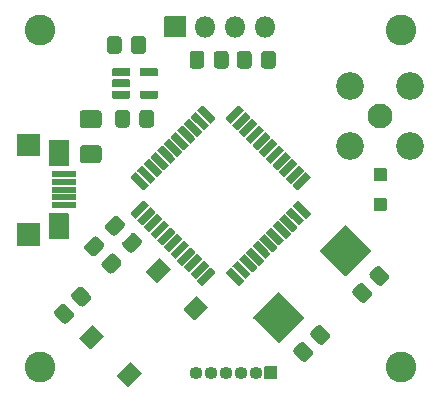
<source format=gbr>
%TF.GenerationSoftware,KiCad,Pcbnew,(5.1.9)-1*%
%TF.CreationDate,2021-02-07T19:09:25-06:00*%
%TF.ProjectId,nrg-control-box,6e72672d-636f-46e7-9472-6f6c2d626f78,B*%
%TF.SameCoordinates,Original*%
%TF.FileFunction,Soldermask,Top*%
%TF.FilePolarity,Negative*%
%FSLAX46Y46*%
G04 Gerber Fmt 4.6, Leading zero omitted, Abs format (unit mm)*
G04 Created by KiCad (PCBNEW (5.1.9)-1) date 2021-02-07 19:09:25*
%MOMM*%
%LPD*%
G01*
G04 APERTURE LIST*
%ADD10C,2.600000*%
%ADD11C,2.100000*%
%ADD12C,2.350000*%
%ADD13O,1.100000X1.100000*%
%ADD14O,1.800000X1.800000*%
G04 APERTURE END LIST*
D10*
%TO.C,REF\u002A\u002A*%
X158000000Y-122500000D03*
%TD*%
%TO.C,REF\u002A\u002A*%
X158000000Y-94000000D03*
%TD*%
%TO.C,REF\u002A\u002A*%
X127500000Y-94000000D03*
%TD*%
%TO.C,REF\u002A\u002A*%
X127500000Y-122500000D03*
%TD*%
%TO.C,C5*%
G36*
G01*
X133825000Y-101978262D02*
X133825000Y-101021738D01*
G75*
G02*
X134096738Y-100750000I271738J0D01*
G01*
X134803262Y-100750000D01*
G75*
G02*
X135075000Y-101021738I0J-271738D01*
G01*
X135075000Y-101978262D01*
G75*
G02*
X134803262Y-102250000I-271738J0D01*
G01*
X134096738Y-102250000D01*
G75*
G02*
X133825000Y-101978262I0J271738D01*
G01*
G37*
G36*
G01*
X135875000Y-101978262D02*
X135875000Y-101021738D01*
G75*
G02*
X136146738Y-100750000I271738J0D01*
G01*
X136853262Y-100750000D01*
G75*
G02*
X137125000Y-101021738I0J-271738D01*
G01*
X137125000Y-101978262D01*
G75*
G02*
X136853262Y-102250000I-271738J0D01*
G01*
X136146738Y-102250000D01*
G75*
G02*
X135875000Y-101978262I0J271738D01*
G01*
G37*
%TD*%
%TO.C,C6*%
G36*
G01*
X154646240Y-117030124D02*
X153969876Y-116353760D01*
G75*
G02*
X153969876Y-115969464I192148J192148D01*
G01*
X154469464Y-115469876D01*
G75*
G02*
X154853760Y-115469876I192148J-192148D01*
G01*
X155530124Y-116146240D01*
G75*
G02*
X155530124Y-116530536I-192148J-192148D01*
G01*
X155030536Y-117030124D01*
G75*
G02*
X154646240Y-117030124I-192148J192148D01*
G01*
G37*
G36*
G01*
X156095808Y-115580556D02*
X155419444Y-114904192D01*
G75*
G02*
X155419444Y-114519896I192148J192148D01*
G01*
X155919032Y-114020308D01*
G75*
G02*
X156303328Y-114020308I192148J-192148D01*
G01*
X156979692Y-114696672D01*
G75*
G02*
X156979692Y-115080968I-192148J-192148D01*
G01*
X156480104Y-115580556D01*
G75*
G02*
X156095808Y-115580556I-192148J192148D01*
G01*
G37*
%TD*%
%TO.C,C7*%
G36*
G01*
X151095808Y-120580556D02*
X150419444Y-119904192D01*
G75*
G02*
X150419444Y-119519896I192148J192148D01*
G01*
X150919032Y-119020308D01*
G75*
G02*
X151303328Y-119020308I192148J-192148D01*
G01*
X151979692Y-119696672D01*
G75*
G02*
X151979692Y-120080968I-192148J-192148D01*
G01*
X151480104Y-120580556D01*
G75*
G02*
X151095808Y-120580556I-192148J192148D01*
G01*
G37*
G36*
G01*
X149646240Y-122030124D02*
X148969876Y-121353760D01*
G75*
G02*
X148969876Y-120969464I192148J192148D01*
G01*
X149469464Y-120469876D01*
G75*
G02*
X149853760Y-120469876I192148J-192148D01*
G01*
X150530124Y-121146240D01*
G75*
G02*
X150530124Y-121530536I-192148J-192148D01*
G01*
X150030536Y-122030124D01*
G75*
G02*
X149646240Y-122030124I-192148J192148D01*
G01*
G37*
%TD*%
%TO.C,C8*%
G36*
G01*
X134375000Y-94771738D02*
X134375000Y-95728262D01*
G75*
G02*
X134103262Y-96000000I-271738J0D01*
G01*
X133396738Y-96000000D01*
G75*
G02*
X133125000Y-95728262I0J271738D01*
G01*
X133125000Y-94771738D01*
G75*
G02*
X133396738Y-94500000I271738J0D01*
G01*
X134103262Y-94500000D01*
G75*
G02*
X134375000Y-94771738I0J-271738D01*
G01*
G37*
G36*
G01*
X136425000Y-94771738D02*
X136425000Y-95728262D01*
G75*
G02*
X136153262Y-96000000I-271738J0D01*
G01*
X135446738Y-96000000D01*
G75*
G02*
X135175000Y-95728262I0J271738D01*
G01*
X135175000Y-94771738D01*
G75*
G02*
X135446738Y-94500000I271738J0D01*
G01*
X136153262Y-94500000D01*
G75*
G02*
X136425000Y-94771738I0J-271738D01*
G01*
G37*
%TD*%
%TO.C,F1*%
G36*
G01*
X131092543Y-100762500D02*
X132407457Y-100762500D01*
G75*
G02*
X132675000Y-101030043I0J-267543D01*
G01*
X132675000Y-102019957D01*
G75*
G02*
X132407457Y-102287500I-267543J0D01*
G01*
X131092543Y-102287500D01*
G75*
G02*
X130825000Y-102019957I0J267543D01*
G01*
X130825000Y-101030043D01*
G75*
G02*
X131092543Y-100762500I267543J0D01*
G01*
G37*
G36*
G01*
X131092543Y-103737500D02*
X132407457Y-103737500D01*
G75*
G02*
X132675000Y-104005043I0J-267543D01*
G01*
X132675000Y-104994957D01*
G75*
G02*
X132407457Y-105262500I-267543J0D01*
G01*
X131092543Y-105262500D01*
G75*
G02*
X130825000Y-104994957I0J267543D01*
G01*
X130825000Y-104005043D01*
G75*
G02*
X131092543Y-103737500I267543J0D01*
G01*
G37*
%TD*%
D11*
%TO.C,J2*%
X156250000Y-101250000D03*
D12*
X158775000Y-98725000D03*
X153725000Y-98725000D03*
X153725000Y-103775000D03*
X158775000Y-103775000D03*
%TD*%
%TO.C,J3*%
G36*
G01*
X146500000Y-122450000D02*
X147500000Y-122450000D01*
G75*
G02*
X147550000Y-122500000I0J-50000D01*
G01*
X147550000Y-123500000D01*
G75*
G02*
X147500000Y-123550000I-50000J0D01*
G01*
X146500000Y-123550000D01*
G75*
G02*
X146450000Y-123500000I0J50000D01*
G01*
X146450000Y-122500000D01*
G75*
G02*
X146500000Y-122450000I50000J0D01*
G01*
G37*
D13*
X145730000Y-123000000D03*
X144460000Y-123000000D03*
X143190000Y-123000000D03*
X141920000Y-123000000D03*
X140650000Y-123000000D03*
%TD*%
%TO.C,J4*%
G36*
G01*
X128500000Y-107250000D02*
X130500000Y-107250000D01*
G75*
G02*
X130550000Y-107300000I0J-50000D01*
G01*
X130550000Y-107700000D01*
G75*
G02*
X130500000Y-107750000I-50000J0D01*
G01*
X128500000Y-107750000D01*
G75*
G02*
X128450000Y-107700000I0J50000D01*
G01*
X128450000Y-107300000D01*
G75*
G02*
X128500000Y-107250000I50000J0D01*
G01*
G37*
G36*
G01*
X128500000Y-107900000D02*
X130500000Y-107900000D01*
G75*
G02*
X130550000Y-107950000I0J-50000D01*
G01*
X130550000Y-108350000D01*
G75*
G02*
X130500000Y-108400000I-50000J0D01*
G01*
X128500000Y-108400000D01*
G75*
G02*
X128450000Y-108350000I0J50000D01*
G01*
X128450000Y-107950000D01*
G75*
G02*
X128500000Y-107900000I50000J0D01*
G01*
G37*
G36*
G01*
X128500000Y-108550000D02*
X130500000Y-108550000D01*
G75*
G02*
X130550000Y-108600000I0J-50000D01*
G01*
X130550000Y-109000000D01*
G75*
G02*
X130500000Y-109050000I-50000J0D01*
G01*
X128500000Y-109050000D01*
G75*
G02*
X128450000Y-109000000I0J50000D01*
G01*
X128450000Y-108600000D01*
G75*
G02*
X128500000Y-108550000I50000J0D01*
G01*
G37*
G36*
G01*
X128500000Y-105950000D02*
X130500000Y-105950000D01*
G75*
G02*
X130550000Y-106000000I0J-50000D01*
G01*
X130550000Y-106400000D01*
G75*
G02*
X130500000Y-106450000I-50000J0D01*
G01*
X128500000Y-106450000D01*
G75*
G02*
X128450000Y-106400000I0J50000D01*
G01*
X128450000Y-106000000D01*
G75*
G02*
X128500000Y-105950000I50000J0D01*
G01*
G37*
G36*
G01*
X128500000Y-106600000D02*
X130500000Y-106600000D01*
G75*
G02*
X130550000Y-106650000I0J-50000D01*
G01*
X130550000Y-107050000D01*
G75*
G02*
X130500000Y-107100000I-50000J0D01*
G01*
X128500000Y-107100000D01*
G75*
G02*
X128450000Y-107050000I0J50000D01*
G01*
X128450000Y-106650000D01*
G75*
G02*
X128500000Y-106600000I50000J0D01*
G01*
G37*
G36*
G01*
X128250000Y-109500000D02*
X129850000Y-109500000D01*
G75*
G02*
X129900000Y-109550000I0J-50000D01*
G01*
X129900000Y-111650000D01*
G75*
G02*
X129850000Y-111700000I-50000J0D01*
G01*
X128250000Y-111700000D01*
G75*
G02*
X128200000Y-111650000I0J50000D01*
G01*
X128200000Y-109550000D01*
G75*
G02*
X128250000Y-109500000I50000J0D01*
G01*
G37*
G36*
G01*
X128250000Y-103300000D02*
X129850000Y-103300000D01*
G75*
G02*
X129900000Y-103350000I0J-50000D01*
G01*
X129900000Y-105450000D01*
G75*
G02*
X129850000Y-105500000I-50000J0D01*
G01*
X128250000Y-105500000D01*
G75*
G02*
X128200000Y-105450000I0J50000D01*
G01*
X128200000Y-103350000D01*
G75*
G02*
X128250000Y-103300000I50000J0D01*
G01*
G37*
G36*
G01*
X125550000Y-102750000D02*
X127450000Y-102750000D01*
G75*
G02*
X127500000Y-102800000I0J-50000D01*
G01*
X127500000Y-104600000D01*
G75*
G02*
X127450000Y-104650000I-50000J0D01*
G01*
X125550000Y-104650000D01*
G75*
G02*
X125500000Y-104600000I0J50000D01*
G01*
X125500000Y-102800000D01*
G75*
G02*
X125550000Y-102750000I50000J0D01*
G01*
G37*
G36*
G01*
X125550000Y-110350000D02*
X127450000Y-110350000D01*
G75*
G02*
X127500000Y-110400000I0J-50000D01*
G01*
X127500000Y-112200000D01*
G75*
G02*
X127450000Y-112250000I-50000J0D01*
G01*
X125550000Y-112250000D01*
G75*
G02*
X125500000Y-112200000I0J50000D01*
G01*
X125500000Y-110400000D01*
G75*
G02*
X125550000Y-110350000I50000J0D01*
G01*
G37*
%TD*%
%TO.C,R1*%
G36*
G01*
X145375000Y-96021738D02*
X145375000Y-96978262D01*
G75*
G02*
X145103262Y-97250000I-271738J0D01*
G01*
X144396738Y-97250000D01*
G75*
G02*
X144125000Y-96978262I0J271738D01*
G01*
X144125000Y-96021738D01*
G75*
G02*
X144396738Y-95750000I271738J0D01*
G01*
X145103262Y-95750000D01*
G75*
G02*
X145375000Y-96021738I0J-271738D01*
G01*
G37*
G36*
G01*
X147425000Y-96021738D02*
X147425000Y-96978262D01*
G75*
G02*
X147153262Y-97250000I-271738J0D01*
G01*
X146446738Y-97250000D01*
G75*
G02*
X146175000Y-96978262I0J271738D01*
G01*
X146175000Y-96021738D01*
G75*
G02*
X146446738Y-95750000I271738J0D01*
G01*
X147153262Y-95750000D01*
G75*
G02*
X147425000Y-96021738I0J-271738D01*
G01*
G37*
%TD*%
%TO.C,R2*%
G36*
G01*
X142175000Y-96978262D02*
X142175000Y-96021738D01*
G75*
G02*
X142446738Y-95750000I271738J0D01*
G01*
X143153262Y-95750000D01*
G75*
G02*
X143425000Y-96021738I0J-271738D01*
G01*
X143425000Y-96978262D01*
G75*
G02*
X143153262Y-97250000I-271738J0D01*
G01*
X142446738Y-97250000D01*
G75*
G02*
X142175000Y-96978262I0J271738D01*
G01*
G37*
G36*
G01*
X140125000Y-96978262D02*
X140125000Y-96021738D01*
G75*
G02*
X140396738Y-95750000I271738J0D01*
G01*
X141103262Y-95750000D01*
G75*
G02*
X141375000Y-96021738I0J-271738D01*
G01*
X141375000Y-96978262D01*
G75*
G02*
X141103262Y-97250000I-271738J0D01*
G01*
X140396738Y-97250000D01*
G75*
G02*
X140125000Y-96978262I0J271738D01*
G01*
G37*
%TD*%
%TO.C,R6*%
G36*
G01*
X130845808Y-117330556D02*
X130169444Y-116654192D01*
G75*
G02*
X130169444Y-116269896I192148J192148D01*
G01*
X130669032Y-115770308D01*
G75*
G02*
X131053328Y-115770308I192148J-192148D01*
G01*
X131729692Y-116446672D01*
G75*
G02*
X131729692Y-116830968I-192148J-192148D01*
G01*
X131230104Y-117330556D01*
G75*
G02*
X130845808Y-117330556I-192148J192148D01*
G01*
G37*
G36*
G01*
X129396240Y-118780124D02*
X128719876Y-118103760D01*
G75*
G02*
X128719876Y-117719464I192148J192148D01*
G01*
X129219464Y-117219876D01*
G75*
G02*
X129603760Y-117219876I192148J-192148D01*
G01*
X130280124Y-117896240D01*
G75*
G02*
X130280124Y-118280536I-192148J-192148D01*
G01*
X129780536Y-118780124D01*
G75*
G02*
X129396240Y-118780124I-192148J192148D01*
G01*
G37*
%TD*%
%TO.C,R7*%
G36*
G01*
X134280124Y-113853760D02*
X133603760Y-114530124D01*
G75*
G02*
X133219464Y-114530124I-192148J192148D01*
G01*
X132719876Y-114030536D01*
G75*
G02*
X132719876Y-113646240I192148J192148D01*
G01*
X133396240Y-112969876D01*
G75*
G02*
X133780536Y-112969876I192148J-192148D01*
G01*
X134280124Y-113469464D01*
G75*
G02*
X134280124Y-113853760I-192148J-192148D01*
G01*
G37*
G36*
G01*
X132830556Y-112404192D02*
X132154192Y-113080556D01*
G75*
G02*
X131769896Y-113080556I-192148J192148D01*
G01*
X131270308Y-112580968D01*
G75*
G02*
X131270308Y-112196672I192148J192148D01*
G01*
X131946672Y-111520308D01*
G75*
G02*
X132330968Y-111520308I192148J-192148D01*
G01*
X132830556Y-112019896D01*
G75*
G02*
X132830556Y-112404192I-192148J-192148D01*
G01*
G37*
%TD*%
%TO.C,R8*%
G36*
G01*
X133020308Y-110446672D02*
X133696672Y-109770308D01*
G75*
G02*
X134080968Y-109770308I192148J-192148D01*
G01*
X134580556Y-110269896D01*
G75*
G02*
X134580556Y-110654192I-192148J-192148D01*
G01*
X133904192Y-111330556D01*
G75*
G02*
X133519896Y-111330556I-192148J192148D01*
G01*
X133020308Y-110830968D01*
G75*
G02*
X133020308Y-110446672I192148J192148D01*
G01*
G37*
G36*
G01*
X134469876Y-111896240D02*
X135146240Y-111219876D01*
G75*
G02*
X135530536Y-111219876I192148J-192148D01*
G01*
X136030124Y-111719464D01*
G75*
G02*
X136030124Y-112103760I-192148J-192148D01*
G01*
X135353760Y-112780124D01*
G75*
G02*
X134969464Y-112780124I-192148J192148D01*
G01*
X134469876Y-112280536D01*
G75*
G02*
X134469876Y-111896240I192148J192148D01*
G01*
G37*
%TD*%
%TO.C,SW1*%
G36*
G01*
X137597038Y-113301743D02*
X138516277Y-114220982D01*
G75*
G02*
X138516277Y-114291692I-35355J-35355D01*
G01*
X137420262Y-115387707D01*
G75*
G02*
X137349552Y-115387707I-35355J35355D01*
G01*
X136430313Y-114468468D01*
G75*
G02*
X136430313Y-114397758I35355J35355D01*
G01*
X137526328Y-113301743D01*
G75*
G02*
X137597038Y-113301743I35355J-35355D01*
G01*
G37*
G36*
G01*
X140779018Y-116483723D02*
X141698257Y-117402962D01*
G75*
G02*
X141698257Y-117473672I-35355J-35355D01*
G01*
X140602242Y-118569687D01*
G75*
G02*
X140531532Y-118569687I-35355J35355D01*
G01*
X139612293Y-117650448D01*
G75*
G02*
X139612293Y-117579738I35355J35355D01*
G01*
X140708308Y-116483723D01*
G75*
G02*
X140779018Y-116483723I35355J-35355D01*
G01*
G37*
G36*
G01*
X135150448Y-122112293D02*
X136069687Y-123031532D01*
G75*
G02*
X136069687Y-123102242I-35355J-35355D01*
G01*
X134973672Y-124198257D01*
G75*
G02*
X134902962Y-124198257I-35355J35355D01*
G01*
X133983723Y-123279018D01*
G75*
G02*
X133983723Y-123208308I35355J35355D01*
G01*
X135079738Y-122112293D01*
G75*
G02*
X135150448Y-122112293I35355J-35355D01*
G01*
G37*
G36*
G01*
X131968468Y-118930313D02*
X132887707Y-119849552D01*
G75*
G02*
X132887707Y-119920262I-35355J-35355D01*
G01*
X131791692Y-121016277D01*
G75*
G02*
X131720982Y-121016277I-35355J35355D01*
G01*
X130801743Y-120097038D01*
G75*
G02*
X130801743Y-120026328I35355J35355D01*
G01*
X131897758Y-118930313D01*
G75*
G02*
X131968468Y-118930313I35355J-35355D01*
G01*
G37*
%TD*%
%TO.C,U3*%
G36*
G01*
X135519833Y-109962221D02*
X135130925Y-109573313D01*
G75*
G02*
X135130925Y-109502603I35355J35355D01*
G01*
X136191585Y-108441943D01*
G75*
G02*
X136262295Y-108441943I35355J-35355D01*
G01*
X136651203Y-108830851D01*
G75*
G02*
X136651203Y-108901561I-35355J-35355D01*
G01*
X135590543Y-109962221D01*
G75*
G02*
X135519833Y-109962221I-35355J35355D01*
G01*
G37*
G36*
G01*
X136085519Y-110527906D02*
X135696611Y-110138998D01*
G75*
G02*
X135696611Y-110068288I35355J35355D01*
G01*
X136757271Y-109007628D01*
G75*
G02*
X136827981Y-109007628I35355J-35355D01*
G01*
X137216889Y-109396536D01*
G75*
G02*
X137216889Y-109467246I-35355J-35355D01*
G01*
X136156229Y-110527906D01*
G75*
G02*
X136085519Y-110527906I-35355J35355D01*
G01*
G37*
G36*
G01*
X136651204Y-111093591D02*
X136262296Y-110704683D01*
G75*
G02*
X136262296Y-110633973I35355J35355D01*
G01*
X137322956Y-109573313D01*
G75*
G02*
X137393666Y-109573313I35355J-35355D01*
G01*
X137782574Y-109962221D01*
G75*
G02*
X137782574Y-110032931I-35355J-35355D01*
G01*
X136721914Y-111093591D01*
G75*
G02*
X136651204Y-111093591I-35355J35355D01*
G01*
G37*
G36*
G01*
X137216889Y-111659277D02*
X136827981Y-111270369D01*
G75*
G02*
X136827981Y-111199659I35355J35355D01*
G01*
X137888641Y-110138999D01*
G75*
G02*
X137959351Y-110138999I35355J-35355D01*
G01*
X138348259Y-110527907D01*
G75*
G02*
X138348259Y-110598617I-35355J-35355D01*
G01*
X137287599Y-111659277D01*
G75*
G02*
X137216889Y-111659277I-35355J35355D01*
G01*
G37*
G36*
G01*
X137782575Y-112224962D02*
X137393667Y-111836054D01*
G75*
G02*
X137393667Y-111765344I35355J35355D01*
G01*
X138454327Y-110704684D01*
G75*
G02*
X138525037Y-110704684I35355J-35355D01*
G01*
X138913945Y-111093592D01*
G75*
G02*
X138913945Y-111164302I-35355J-35355D01*
G01*
X137853285Y-112224962D01*
G75*
G02*
X137782575Y-112224962I-35355J35355D01*
G01*
G37*
G36*
G01*
X138348260Y-112790648D02*
X137959352Y-112401740D01*
G75*
G02*
X137959352Y-112331030I35355J35355D01*
G01*
X139020012Y-111270370D01*
G75*
G02*
X139090722Y-111270370I35355J-35355D01*
G01*
X139479630Y-111659278D01*
G75*
G02*
X139479630Y-111729988I-35355J-35355D01*
G01*
X138418970Y-112790648D01*
G75*
G02*
X138348260Y-112790648I-35355J35355D01*
G01*
G37*
G36*
G01*
X138913946Y-113356333D02*
X138525038Y-112967425D01*
G75*
G02*
X138525038Y-112896715I35355J35355D01*
G01*
X139585698Y-111836055D01*
G75*
G02*
X139656408Y-111836055I35355J-35355D01*
G01*
X140045316Y-112224963D01*
G75*
G02*
X140045316Y-112295673I-35355J-35355D01*
G01*
X138984656Y-113356333D01*
G75*
G02*
X138913946Y-113356333I-35355J35355D01*
G01*
G37*
G36*
G01*
X139479631Y-113922019D02*
X139090723Y-113533111D01*
G75*
G02*
X139090723Y-113462401I35355J35355D01*
G01*
X140151383Y-112401741D01*
G75*
G02*
X140222093Y-112401741I35355J-35355D01*
G01*
X140611001Y-112790649D01*
G75*
G02*
X140611001Y-112861359I-35355J-35355D01*
G01*
X139550341Y-113922019D01*
G75*
G02*
X139479631Y-113922019I-35355J35355D01*
G01*
G37*
G36*
G01*
X140045317Y-114487704D02*
X139656409Y-114098796D01*
G75*
G02*
X139656409Y-114028086I35355J35355D01*
G01*
X140717069Y-112967426D01*
G75*
G02*
X140787779Y-112967426I35355J-35355D01*
G01*
X141176687Y-113356334D01*
G75*
G02*
X141176687Y-113427044I-35355J-35355D01*
G01*
X140116027Y-114487704D01*
G75*
G02*
X140045317Y-114487704I-35355J35355D01*
G01*
G37*
G36*
G01*
X140611002Y-115053389D02*
X140222094Y-114664481D01*
G75*
G02*
X140222094Y-114593771I35355J35355D01*
G01*
X141282754Y-113533111D01*
G75*
G02*
X141353464Y-113533111I35355J-35355D01*
G01*
X141742372Y-113922019D01*
G75*
G02*
X141742372Y-113992729I-35355J-35355D01*
G01*
X140681712Y-115053389D01*
G75*
G02*
X140611002Y-115053389I-35355J35355D01*
G01*
G37*
G36*
G01*
X141176687Y-115619075D02*
X140787779Y-115230167D01*
G75*
G02*
X140787779Y-115159457I35355J35355D01*
G01*
X141848439Y-114098797D01*
G75*
G02*
X141919149Y-114098797I35355J-35355D01*
G01*
X142308057Y-114487705D01*
G75*
G02*
X142308057Y-114558415I-35355J-35355D01*
G01*
X141247397Y-115619075D01*
G75*
G02*
X141176687Y-115619075I-35355J35355D01*
G01*
G37*
G36*
G01*
X144712221Y-115230167D02*
X144323313Y-115619075D01*
G75*
G02*
X144252603Y-115619075I-35355J35355D01*
G01*
X143191943Y-114558415D01*
G75*
G02*
X143191943Y-114487705I35355J35355D01*
G01*
X143580851Y-114098797D01*
G75*
G02*
X143651561Y-114098797I35355J-35355D01*
G01*
X144712221Y-115159457D01*
G75*
G02*
X144712221Y-115230167I-35355J-35355D01*
G01*
G37*
G36*
G01*
X145277906Y-114664481D02*
X144888998Y-115053389D01*
G75*
G02*
X144818288Y-115053389I-35355J35355D01*
G01*
X143757628Y-113992729D01*
G75*
G02*
X143757628Y-113922019I35355J35355D01*
G01*
X144146536Y-113533111D01*
G75*
G02*
X144217246Y-113533111I35355J-35355D01*
G01*
X145277906Y-114593771D01*
G75*
G02*
X145277906Y-114664481I-35355J-35355D01*
G01*
G37*
G36*
G01*
X145843591Y-114098796D02*
X145454683Y-114487704D01*
G75*
G02*
X145383973Y-114487704I-35355J35355D01*
G01*
X144323313Y-113427044D01*
G75*
G02*
X144323313Y-113356334I35355J35355D01*
G01*
X144712221Y-112967426D01*
G75*
G02*
X144782931Y-112967426I35355J-35355D01*
G01*
X145843591Y-114028086D01*
G75*
G02*
X145843591Y-114098796I-35355J-35355D01*
G01*
G37*
G36*
G01*
X146409277Y-113533111D02*
X146020369Y-113922019D01*
G75*
G02*
X145949659Y-113922019I-35355J35355D01*
G01*
X144888999Y-112861359D01*
G75*
G02*
X144888999Y-112790649I35355J35355D01*
G01*
X145277907Y-112401741D01*
G75*
G02*
X145348617Y-112401741I35355J-35355D01*
G01*
X146409277Y-113462401D01*
G75*
G02*
X146409277Y-113533111I-35355J-35355D01*
G01*
G37*
G36*
G01*
X146974962Y-112967425D02*
X146586054Y-113356333D01*
G75*
G02*
X146515344Y-113356333I-35355J35355D01*
G01*
X145454684Y-112295673D01*
G75*
G02*
X145454684Y-112224963I35355J35355D01*
G01*
X145843592Y-111836055D01*
G75*
G02*
X145914302Y-111836055I35355J-35355D01*
G01*
X146974962Y-112896715D01*
G75*
G02*
X146974962Y-112967425I-35355J-35355D01*
G01*
G37*
G36*
G01*
X147540648Y-112401740D02*
X147151740Y-112790648D01*
G75*
G02*
X147081030Y-112790648I-35355J35355D01*
G01*
X146020370Y-111729988D01*
G75*
G02*
X146020370Y-111659278I35355J35355D01*
G01*
X146409278Y-111270370D01*
G75*
G02*
X146479988Y-111270370I35355J-35355D01*
G01*
X147540648Y-112331030D01*
G75*
G02*
X147540648Y-112401740I-35355J-35355D01*
G01*
G37*
G36*
G01*
X148106333Y-111836054D02*
X147717425Y-112224962D01*
G75*
G02*
X147646715Y-112224962I-35355J35355D01*
G01*
X146586055Y-111164302D01*
G75*
G02*
X146586055Y-111093592I35355J35355D01*
G01*
X146974963Y-110704684D01*
G75*
G02*
X147045673Y-110704684I35355J-35355D01*
G01*
X148106333Y-111765344D01*
G75*
G02*
X148106333Y-111836054I-35355J-35355D01*
G01*
G37*
G36*
G01*
X148672019Y-111270369D02*
X148283111Y-111659277D01*
G75*
G02*
X148212401Y-111659277I-35355J35355D01*
G01*
X147151741Y-110598617D01*
G75*
G02*
X147151741Y-110527907I35355J35355D01*
G01*
X147540649Y-110138999D01*
G75*
G02*
X147611359Y-110138999I35355J-35355D01*
G01*
X148672019Y-111199659D01*
G75*
G02*
X148672019Y-111270369I-35355J-35355D01*
G01*
G37*
G36*
G01*
X149237704Y-110704683D02*
X148848796Y-111093591D01*
G75*
G02*
X148778086Y-111093591I-35355J35355D01*
G01*
X147717426Y-110032931D01*
G75*
G02*
X147717426Y-109962221I35355J35355D01*
G01*
X148106334Y-109573313D01*
G75*
G02*
X148177044Y-109573313I35355J-35355D01*
G01*
X149237704Y-110633973D01*
G75*
G02*
X149237704Y-110704683I-35355J-35355D01*
G01*
G37*
G36*
G01*
X149803389Y-110138998D02*
X149414481Y-110527906D01*
G75*
G02*
X149343771Y-110527906I-35355J35355D01*
G01*
X148283111Y-109467246D01*
G75*
G02*
X148283111Y-109396536I35355J35355D01*
G01*
X148672019Y-109007628D01*
G75*
G02*
X148742729Y-109007628I35355J-35355D01*
G01*
X149803389Y-110068288D01*
G75*
G02*
X149803389Y-110138998I-35355J-35355D01*
G01*
G37*
G36*
G01*
X150369075Y-109573313D02*
X149980167Y-109962221D01*
G75*
G02*
X149909457Y-109962221I-35355J35355D01*
G01*
X148848797Y-108901561D01*
G75*
G02*
X148848797Y-108830851I35355J35355D01*
G01*
X149237705Y-108441943D01*
G75*
G02*
X149308415Y-108441943I35355J-35355D01*
G01*
X150369075Y-109502603D01*
G75*
G02*
X150369075Y-109573313I-35355J-35355D01*
G01*
G37*
G36*
G01*
X149237705Y-107558057D02*
X148848797Y-107169149D01*
G75*
G02*
X148848797Y-107098439I35355J35355D01*
G01*
X149909457Y-106037779D01*
G75*
G02*
X149980167Y-106037779I35355J-35355D01*
G01*
X150369075Y-106426687D01*
G75*
G02*
X150369075Y-106497397I-35355J-35355D01*
G01*
X149308415Y-107558057D01*
G75*
G02*
X149237705Y-107558057I-35355J35355D01*
G01*
G37*
G36*
G01*
X148672019Y-106992372D02*
X148283111Y-106603464D01*
G75*
G02*
X148283111Y-106532754I35355J35355D01*
G01*
X149343771Y-105472094D01*
G75*
G02*
X149414481Y-105472094I35355J-35355D01*
G01*
X149803389Y-105861002D01*
G75*
G02*
X149803389Y-105931712I-35355J-35355D01*
G01*
X148742729Y-106992372D01*
G75*
G02*
X148672019Y-106992372I-35355J35355D01*
G01*
G37*
G36*
G01*
X148106334Y-106426687D02*
X147717426Y-106037779D01*
G75*
G02*
X147717426Y-105967069I35355J35355D01*
G01*
X148778086Y-104906409D01*
G75*
G02*
X148848796Y-104906409I35355J-35355D01*
G01*
X149237704Y-105295317D01*
G75*
G02*
X149237704Y-105366027I-35355J-35355D01*
G01*
X148177044Y-106426687D01*
G75*
G02*
X148106334Y-106426687I-35355J35355D01*
G01*
G37*
G36*
G01*
X147540649Y-105861001D02*
X147151741Y-105472093D01*
G75*
G02*
X147151741Y-105401383I35355J35355D01*
G01*
X148212401Y-104340723D01*
G75*
G02*
X148283111Y-104340723I35355J-35355D01*
G01*
X148672019Y-104729631D01*
G75*
G02*
X148672019Y-104800341I-35355J-35355D01*
G01*
X147611359Y-105861001D01*
G75*
G02*
X147540649Y-105861001I-35355J35355D01*
G01*
G37*
G36*
G01*
X146974963Y-105295316D02*
X146586055Y-104906408D01*
G75*
G02*
X146586055Y-104835698I35355J35355D01*
G01*
X147646715Y-103775038D01*
G75*
G02*
X147717425Y-103775038I35355J-35355D01*
G01*
X148106333Y-104163946D01*
G75*
G02*
X148106333Y-104234656I-35355J-35355D01*
G01*
X147045673Y-105295316D01*
G75*
G02*
X146974963Y-105295316I-35355J35355D01*
G01*
G37*
G36*
G01*
X146409278Y-104729630D02*
X146020370Y-104340722D01*
G75*
G02*
X146020370Y-104270012I35355J35355D01*
G01*
X147081030Y-103209352D01*
G75*
G02*
X147151740Y-103209352I35355J-35355D01*
G01*
X147540648Y-103598260D01*
G75*
G02*
X147540648Y-103668970I-35355J-35355D01*
G01*
X146479988Y-104729630D01*
G75*
G02*
X146409278Y-104729630I-35355J35355D01*
G01*
G37*
G36*
G01*
X145843592Y-104163945D02*
X145454684Y-103775037D01*
G75*
G02*
X145454684Y-103704327I35355J35355D01*
G01*
X146515344Y-102643667D01*
G75*
G02*
X146586054Y-102643667I35355J-35355D01*
G01*
X146974962Y-103032575D01*
G75*
G02*
X146974962Y-103103285I-35355J-35355D01*
G01*
X145914302Y-104163945D01*
G75*
G02*
X145843592Y-104163945I-35355J35355D01*
G01*
G37*
G36*
G01*
X145277907Y-103598259D02*
X144888999Y-103209351D01*
G75*
G02*
X144888999Y-103138641I35355J35355D01*
G01*
X145949659Y-102077981D01*
G75*
G02*
X146020369Y-102077981I35355J-35355D01*
G01*
X146409277Y-102466889D01*
G75*
G02*
X146409277Y-102537599I-35355J-35355D01*
G01*
X145348617Y-103598259D01*
G75*
G02*
X145277907Y-103598259I-35355J35355D01*
G01*
G37*
G36*
G01*
X144712221Y-103032574D02*
X144323313Y-102643666D01*
G75*
G02*
X144323313Y-102572956I35355J35355D01*
G01*
X145383973Y-101512296D01*
G75*
G02*
X145454683Y-101512296I35355J-35355D01*
G01*
X145843591Y-101901204D01*
G75*
G02*
X145843591Y-101971914I-35355J-35355D01*
G01*
X144782931Y-103032574D01*
G75*
G02*
X144712221Y-103032574I-35355J35355D01*
G01*
G37*
G36*
G01*
X144146536Y-102466889D02*
X143757628Y-102077981D01*
G75*
G02*
X143757628Y-102007271I35355J35355D01*
G01*
X144818288Y-100946611D01*
G75*
G02*
X144888998Y-100946611I35355J-35355D01*
G01*
X145277906Y-101335519D01*
G75*
G02*
X145277906Y-101406229I-35355J-35355D01*
G01*
X144217246Y-102466889D01*
G75*
G02*
X144146536Y-102466889I-35355J35355D01*
G01*
G37*
G36*
G01*
X143580851Y-101901203D02*
X143191943Y-101512295D01*
G75*
G02*
X143191943Y-101441585I35355J35355D01*
G01*
X144252603Y-100380925D01*
G75*
G02*
X144323313Y-100380925I35355J-35355D01*
G01*
X144712221Y-100769833D01*
G75*
G02*
X144712221Y-100840543I-35355J-35355D01*
G01*
X143651561Y-101901203D01*
G75*
G02*
X143580851Y-101901203I-35355J35355D01*
G01*
G37*
G36*
G01*
X142308057Y-101512295D02*
X141919149Y-101901203D01*
G75*
G02*
X141848439Y-101901203I-35355J35355D01*
G01*
X140787779Y-100840543D01*
G75*
G02*
X140787779Y-100769833I35355J35355D01*
G01*
X141176687Y-100380925D01*
G75*
G02*
X141247397Y-100380925I35355J-35355D01*
G01*
X142308057Y-101441585D01*
G75*
G02*
X142308057Y-101512295I-35355J-35355D01*
G01*
G37*
G36*
G01*
X141742372Y-102077981D02*
X141353464Y-102466889D01*
G75*
G02*
X141282754Y-102466889I-35355J35355D01*
G01*
X140222094Y-101406229D01*
G75*
G02*
X140222094Y-101335519I35355J35355D01*
G01*
X140611002Y-100946611D01*
G75*
G02*
X140681712Y-100946611I35355J-35355D01*
G01*
X141742372Y-102007271D01*
G75*
G02*
X141742372Y-102077981I-35355J-35355D01*
G01*
G37*
G36*
G01*
X141176687Y-102643666D02*
X140787779Y-103032574D01*
G75*
G02*
X140717069Y-103032574I-35355J35355D01*
G01*
X139656409Y-101971914D01*
G75*
G02*
X139656409Y-101901204I35355J35355D01*
G01*
X140045317Y-101512296D01*
G75*
G02*
X140116027Y-101512296I35355J-35355D01*
G01*
X141176687Y-102572956D01*
G75*
G02*
X141176687Y-102643666I-35355J-35355D01*
G01*
G37*
G36*
G01*
X140611001Y-103209351D02*
X140222093Y-103598259D01*
G75*
G02*
X140151383Y-103598259I-35355J35355D01*
G01*
X139090723Y-102537599D01*
G75*
G02*
X139090723Y-102466889I35355J35355D01*
G01*
X139479631Y-102077981D01*
G75*
G02*
X139550341Y-102077981I35355J-35355D01*
G01*
X140611001Y-103138641D01*
G75*
G02*
X140611001Y-103209351I-35355J-35355D01*
G01*
G37*
G36*
G01*
X140045316Y-103775037D02*
X139656408Y-104163945D01*
G75*
G02*
X139585698Y-104163945I-35355J35355D01*
G01*
X138525038Y-103103285D01*
G75*
G02*
X138525038Y-103032575I35355J35355D01*
G01*
X138913946Y-102643667D01*
G75*
G02*
X138984656Y-102643667I35355J-35355D01*
G01*
X140045316Y-103704327D01*
G75*
G02*
X140045316Y-103775037I-35355J-35355D01*
G01*
G37*
G36*
G01*
X139479630Y-104340722D02*
X139090722Y-104729630D01*
G75*
G02*
X139020012Y-104729630I-35355J35355D01*
G01*
X137959352Y-103668970D01*
G75*
G02*
X137959352Y-103598260I35355J35355D01*
G01*
X138348260Y-103209352D01*
G75*
G02*
X138418970Y-103209352I35355J-35355D01*
G01*
X139479630Y-104270012D01*
G75*
G02*
X139479630Y-104340722I-35355J-35355D01*
G01*
G37*
G36*
G01*
X138913945Y-104906408D02*
X138525037Y-105295316D01*
G75*
G02*
X138454327Y-105295316I-35355J35355D01*
G01*
X137393667Y-104234656D01*
G75*
G02*
X137393667Y-104163946I35355J35355D01*
G01*
X137782575Y-103775038D01*
G75*
G02*
X137853285Y-103775038I35355J-35355D01*
G01*
X138913945Y-104835698D01*
G75*
G02*
X138913945Y-104906408I-35355J-35355D01*
G01*
G37*
G36*
G01*
X138348259Y-105472093D02*
X137959351Y-105861001D01*
G75*
G02*
X137888641Y-105861001I-35355J35355D01*
G01*
X136827981Y-104800341D01*
G75*
G02*
X136827981Y-104729631I35355J35355D01*
G01*
X137216889Y-104340723D01*
G75*
G02*
X137287599Y-104340723I35355J-35355D01*
G01*
X138348259Y-105401383D01*
G75*
G02*
X138348259Y-105472093I-35355J-35355D01*
G01*
G37*
G36*
G01*
X137782574Y-106037779D02*
X137393666Y-106426687D01*
G75*
G02*
X137322956Y-106426687I-35355J35355D01*
G01*
X136262296Y-105366027D01*
G75*
G02*
X136262296Y-105295317I35355J35355D01*
G01*
X136651204Y-104906409D01*
G75*
G02*
X136721914Y-104906409I35355J-35355D01*
G01*
X137782574Y-105967069D01*
G75*
G02*
X137782574Y-106037779I-35355J-35355D01*
G01*
G37*
G36*
G01*
X137216889Y-106603464D02*
X136827981Y-106992372D01*
G75*
G02*
X136757271Y-106992372I-35355J35355D01*
G01*
X135696611Y-105931712D01*
G75*
G02*
X135696611Y-105861002I35355J35355D01*
G01*
X136085519Y-105472094D01*
G75*
G02*
X136156229Y-105472094I35355J-35355D01*
G01*
X137216889Y-106532754D01*
G75*
G02*
X137216889Y-106603464I-35355J-35355D01*
G01*
G37*
G36*
G01*
X136651203Y-107169149D02*
X136262295Y-107558057D01*
G75*
G02*
X136191585Y-107558057I-35355J35355D01*
G01*
X135130925Y-106497397D01*
G75*
G02*
X135130925Y-106426687I35355J35355D01*
G01*
X135519833Y-106037779D01*
G75*
G02*
X135590543Y-106037779I35355J-35355D01*
G01*
X136651203Y-107098439D01*
G75*
G02*
X136651203Y-107169149I-35355J-35355D01*
G01*
G37*
%TD*%
%TO.C,U4*%
G36*
G01*
X133590000Y-97845000D02*
X133590000Y-97255000D01*
G75*
G02*
X133640000Y-97205000I50000J0D01*
G01*
X135010000Y-97205000D01*
G75*
G02*
X135060000Y-97255000I0J-50000D01*
G01*
X135060000Y-97845000D01*
G75*
G02*
X135010000Y-97895000I-50000J0D01*
G01*
X133640000Y-97895000D01*
G75*
G02*
X133590000Y-97845000I0J50000D01*
G01*
G37*
G36*
G01*
X133590000Y-98795000D02*
X133590000Y-98205000D01*
G75*
G02*
X133640000Y-98155000I50000J0D01*
G01*
X135010000Y-98155000D01*
G75*
G02*
X135060000Y-98205000I0J-50000D01*
G01*
X135060000Y-98795000D01*
G75*
G02*
X135010000Y-98845000I-50000J0D01*
G01*
X133640000Y-98845000D01*
G75*
G02*
X133590000Y-98795000I0J50000D01*
G01*
G37*
G36*
G01*
X133590000Y-99745000D02*
X133590000Y-99155000D01*
G75*
G02*
X133640000Y-99105000I50000J0D01*
G01*
X135010000Y-99105000D01*
G75*
G02*
X135060000Y-99155000I0J-50000D01*
G01*
X135060000Y-99745000D01*
G75*
G02*
X135010000Y-99795000I-50000J0D01*
G01*
X133640000Y-99795000D01*
G75*
G02*
X133590000Y-99745000I0J50000D01*
G01*
G37*
G36*
G01*
X135940000Y-99745000D02*
X135940000Y-99155000D01*
G75*
G02*
X135990000Y-99105000I50000J0D01*
G01*
X137360000Y-99105000D01*
G75*
G02*
X137410000Y-99155000I0J-50000D01*
G01*
X137410000Y-99745000D01*
G75*
G02*
X137360000Y-99795000I-50000J0D01*
G01*
X135990000Y-99795000D01*
G75*
G02*
X135940000Y-99745000I0J50000D01*
G01*
G37*
G36*
G01*
X135940000Y-97845000D02*
X135940000Y-97255000D01*
G75*
G02*
X135990000Y-97205000I50000J0D01*
G01*
X137360000Y-97205000D01*
G75*
G02*
X137410000Y-97255000I0J-50000D01*
G01*
X137410000Y-97845000D01*
G75*
G02*
X137360000Y-97895000I-50000J0D01*
G01*
X135990000Y-97895000D01*
G75*
G02*
X135940000Y-97845000I0J50000D01*
G01*
G37*
%TD*%
%TO.C,Y1*%
G36*
G01*
X153363782Y-110514898D02*
X155485102Y-112636218D01*
G75*
G02*
X155485102Y-112706928I-35355J-35355D01*
G01*
X153363782Y-114828248D01*
G75*
G02*
X153293072Y-114828248I-35355J35355D01*
G01*
X151171752Y-112706928D01*
G75*
G02*
X151171752Y-112636218I35355J35355D01*
G01*
X153293072Y-110514898D01*
G75*
G02*
X153363782Y-110514898I35355J-35355D01*
G01*
G37*
G36*
G01*
X147706928Y-116171752D02*
X149828248Y-118293072D01*
G75*
G02*
X149828248Y-118363782I-35355J-35355D01*
G01*
X147706928Y-120485102D01*
G75*
G02*
X147636218Y-120485102I-35355J35355D01*
G01*
X145514898Y-118363782D01*
G75*
G02*
X145514898Y-118293072I35355J35355D01*
G01*
X147636218Y-116171752D01*
G75*
G02*
X147706928Y-116171752I35355J-35355D01*
G01*
G37*
%TD*%
%TO.C,J1*%
G36*
G01*
X139750000Y-94600000D02*
X138050000Y-94600000D01*
G75*
G02*
X138000000Y-94550000I0J50000D01*
G01*
X138000000Y-92850000D01*
G75*
G02*
X138050000Y-92800000I50000J0D01*
G01*
X139750000Y-92800000D01*
G75*
G02*
X139800000Y-92850000I0J-50000D01*
G01*
X139800000Y-94550000D01*
G75*
G02*
X139750000Y-94600000I-50000J0D01*
G01*
G37*
D14*
X141440000Y-93700000D03*
X143980000Y-93700000D03*
X146520000Y-93700000D03*
%TD*%
%TO.C,D1*%
G36*
G01*
X155750000Y-105700000D02*
X156750000Y-105700000D01*
G75*
G02*
X156800000Y-105750000I0J-50000D01*
G01*
X156800000Y-106750000D01*
G75*
G02*
X156750000Y-106800000I-50000J0D01*
G01*
X155750000Y-106800000D01*
G75*
G02*
X155700000Y-106750000I0J50000D01*
G01*
X155700000Y-105750000D01*
G75*
G02*
X155750000Y-105700000I50000J0D01*
G01*
G37*
G36*
G01*
X155750000Y-108200000D02*
X156750000Y-108200000D01*
G75*
G02*
X156800000Y-108250000I0J-50000D01*
G01*
X156800000Y-109250000D01*
G75*
G02*
X156750000Y-109300000I-50000J0D01*
G01*
X155750000Y-109300000D01*
G75*
G02*
X155700000Y-109250000I0J50000D01*
G01*
X155700000Y-108250000D01*
G75*
G02*
X155750000Y-108200000I50000J0D01*
G01*
G37*
%TD*%
M02*

</source>
